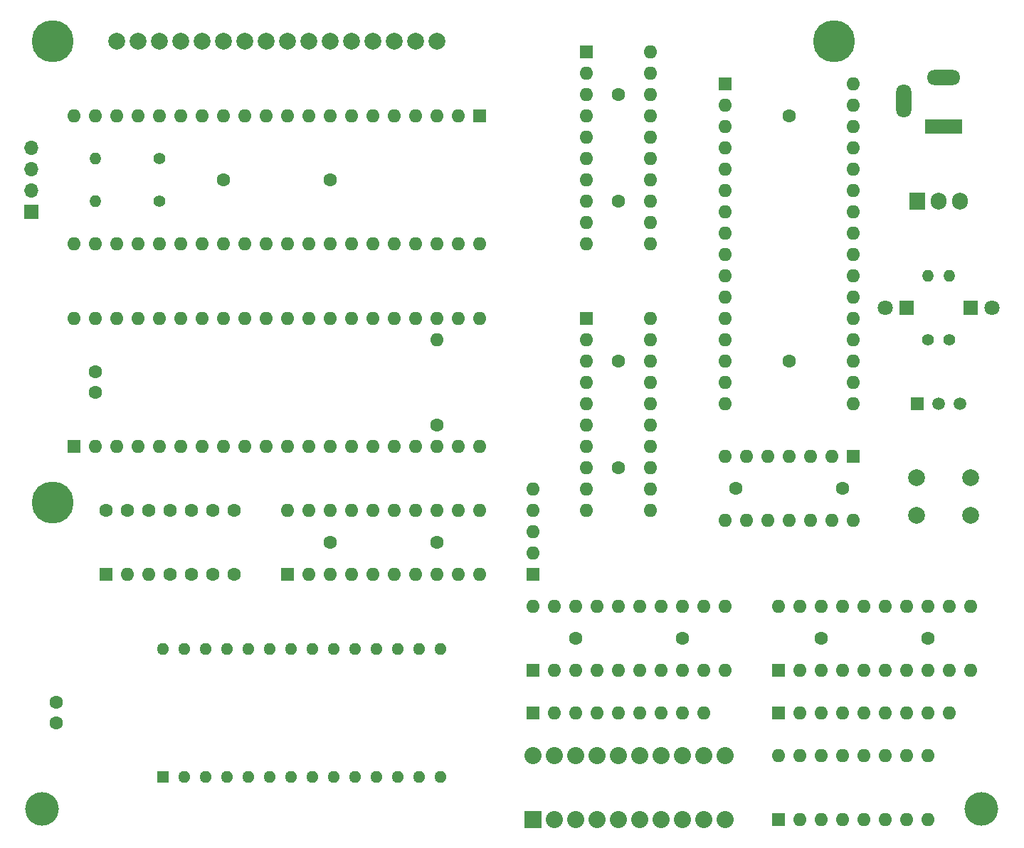
<source format=gbr>
%TF.GenerationSoftware,KiCad,Pcbnew,7.0.7*%
%TF.CreationDate,2023-09-28T02:10:51+03:00*%
%TF.ProjectId,main,6d61696e-2e6b-4696-9361-645f70636258,rev?*%
%TF.SameCoordinates,Original*%
%TF.FileFunction,Soldermask,Top*%
%TF.FilePolarity,Negative*%
%FSLAX46Y46*%
G04 Gerber Fmt 4.6, Leading zero omitted, Abs format (unit mm)*
G04 Created by KiCad (PCBNEW 7.0.7) date 2023-09-28 02:10:51*
%MOMM*%
%LPD*%
G01*
G04 APERTURE LIST*
%ADD10R,1.800000X1.800000*%
%ADD11C,1.800000*%
%ADD12R,1.600000X1.600000*%
%ADD13O,1.600000X1.600000*%
%ADD14C,1.600000*%
%ADD15R,1.700000X1.700000*%
%ADD16O,1.700000X1.700000*%
%ADD17C,4.000000*%
%ADD18C,1.400000*%
%ADD19O,1.400000X1.400000*%
%ADD20R,1.440000X1.440000*%
%ADD21O,1.440000X1.440000*%
%ADD22R,4.400000X1.800000*%
%ADD23O,4.000000X1.800000*%
%ADD24O,1.800000X4.000000*%
%ADD25C,5.000000*%
%ADD26C,2.000000*%
%ADD27R,1.500000X1.500000*%
%ADD28C,1.500000*%
%ADD29R,2.032000X2.032000*%
%ADD30C,2.032000*%
%ADD31R,1.905000X2.000000*%
%ADD32O,1.905000X2.000000*%
G04 APERTURE END LIST*
D10*
%TO.C,D1*%
X129540000Y73660000D03*
D11*
X132080000Y73660000D03*
%TD*%
D12*
%TO.C,U4*%
X83820000Y72390000D03*
D13*
X83820000Y69850000D03*
X83820000Y67310000D03*
X83820000Y64770000D03*
X83820000Y62230000D03*
X83820000Y59690000D03*
X83820000Y57150000D03*
X83820000Y54610000D03*
X83820000Y52070000D03*
X83820000Y49530000D03*
X91440000Y49530000D03*
X91440000Y52070000D03*
X91440000Y54610000D03*
X91440000Y57150000D03*
X91440000Y59690000D03*
X91440000Y62230000D03*
X91440000Y64770000D03*
X91440000Y67310000D03*
X91440000Y69850000D03*
X91440000Y72390000D03*
%TD*%
D14*
%TO.C,C2*%
X40640000Y88900000D03*
X53340000Y88900000D03*
%TD*%
D12*
%TO.C,RN4*%
X106680000Y25400000D03*
D13*
X109220000Y25400000D03*
X111760000Y25400000D03*
X114300000Y25400000D03*
X116840000Y25400000D03*
X119380000Y25400000D03*
X121920000Y25400000D03*
X124460000Y25400000D03*
X127000000Y25400000D03*
%TD*%
D15*
%TO.C,J2*%
X17780000Y85090000D03*
D16*
X17780000Y87630000D03*
X17780000Y90170000D03*
X17780000Y92710000D03*
%TD*%
D17*
%TO.C,H1*%
X19050000Y13970000D03*
%TD*%
D18*
%TO.C,R4*%
X33020000Y86360000D03*
D19*
X25400000Y86360000D03*
%TD*%
D14*
%TO.C,C10*%
X111760000Y34290000D03*
X124460000Y34290000D03*
%TD*%
D12*
%TO.C,U1*%
X22860000Y57150000D03*
D13*
X25400000Y57150000D03*
X27940000Y57150000D03*
X30480000Y57150000D03*
X33020000Y57150000D03*
X35560000Y57150000D03*
X38100000Y57150000D03*
X40640000Y57150000D03*
X43180000Y57150000D03*
X45720000Y57150000D03*
X48260000Y57150000D03*
X50800000Y57150000D03*
X53340000Y57150000D03*
X55880000Y57150000D03*
X58420000Y57150000D03*
X60960000Y57150000D03*
X63500000Y57150000D03*
X66040000Y57150000D03*
X68580000Y57150000D03*
X71120000Y57150000D03*
X71120000Y72390000D03*
X68580000Y72390000D03*
X66040000Y72390000D03*
X63500000Y72390000D03*
X60960000Y72390000D03*
X58420000Y72390000D03*
X55880000Y72390000D03*
X53340000Y72390000D03*
X50800000Y72390000D03*
X48260000Y72390000D03*
X45720000Y72390000D03*
X43180000Y72390000D03*
X40640000Y72390000D03*
X38100000Y72390000D03*
X35560000Y72390000D03*
X33020000Y72390000D03*
X30480000Y72390000D03*
X27940000Y72390000D03*
X25400000Y72390000D03*
X22860000Y72390000D03*
%TD*%
D14*
%TO.C,C5*%
X87630000Y67310000D03*
X87630000Y54610000D03*
%TD*%
%TO.C,C7*%
X53340000Y45720000D03*
X66040000Y45720000D03*
%TD*%
D12*
%TO.C,U14*%
X106680000Y30480000D03*
D13*
X109220000Y30480000D03*
X111760000Y30480000D03*
X114300000Y30480000D03*
X116840000Y30480000D03*
X119380000Y30480000D03*
X121920000Y30480000D03*
X124460000Y30480000D03*
X127000000Y30480000D03*
X129540000Y30480000D03*
X129540000Y38100000D03*
X127000000Y38100000D03*
X124460000Y38100000D03*
X121920000Y38100000D03*
X119380000Y38100000D03*
X116840000Y38100000D03*
X114300000Y38100000D03*
X111760000Y38100000D03*
X109220000Y38100000D03*
X106680000Y38100000D03*
%TD*%
D14*
%TO.C,C3*%
X25400000Y66040000D03*
X25400000Y63540000D03*
%TD*%
D20*
%TO.C,U2*%
X33420000Y17780000D03*
D21*
X35960000Y17780000D03*
X38500000Y17780000D03*
X41040000Y17780000D03*
X43580000Y17780000D03*
X46120000Y17780000D03*
X48660000Y17780000D03*
X51200000Y17780000D03*
X53740000Y17780000D03*
X56280000Y17780000D03*
X58820000Y17780000D03*
X61360000Y17780000D03*
X63900000Y17780000D03*
X66440000Y17780000D03*
X66440000Y33020000D03*
X63900000Y33020000D03*
X61360000Y33020000D03*
X58820000Y33020000D03*
X56280000Y33020000D03*
X53740000Y33020000D03*
X51200000Y33020000D03*
X48660000Y33020000D03*
X46120000Y33020000D03*
X43580000Y33020000D03*
X41040000Y33020000D03*
X38500000Y33020000D03*
X35960000Y33020000D03*
X33420000Y33020000D03*
%TD*%
D14*
%TO.C,C6*%
X107950000Y96520000D03*
X107950000Y67310000D03*
%TD*%
D10*
%TO.C,D2*%
X121920000Y73660000D03*
D11*
X119380000Y73660000D03*
%TD*%
D14*
%TO.C,C4*%
X87630000Y99060000D03*
X87630000Y86360000D03*
%TD*%
D12*
%TO.C,RN3*%
X77470000Y25400000D03*
D13*
X80010000Y25400000D03*
X82550000Y25400000D03*
X85090000Y25400000D03*
X87630000Y25400000D03*
X90170000Y25400000D03*
X92710000Y25400000D03*
X95250000Y25400000D03*
X97790000Y25400000D03*
%TD*%
D17*
%TO.C,H2*%
X130810000Y13970000D03*
%TD*%
D22*
%TO.C,J1*%
X126330000Y95250000D03*
D23*
X126330000Y101050000D03*
D24*
X121530000Y98250000D03*
%TD*%
D12*
%TO.C,U13*%
X77470000Y30480000D03*
D13*
X80010000Y30480000D03*
X82550000Y30480000D03*
X85090000Y30480000D03*
X87630000Y30480000D03*
X90170000Y30480000D03*
X92710000Y30480000D03*
X95250000Y30480000D03*
X97790000Y30480000D03*
X100330000Y30480000D03*
X100330000Y38100000D03*
X97790000Y38100000D03*
X95250000Y38100000D03*
X92710000Y38100000D03*
X90170000Y38100000D03*
X87630000Y38100000D03*
X85090000Y38100000D03*
X82550000Y38100000D03*
X80010000Y38100000D03*
X77470000Y38100000D03*
%TD*%
D12*
%TO.C,RN1*%
X77470000Y41890000D03*
D13*
X77470000Y44430000D03*
X77470000Y46970000D03*
X77470000Y49510000D03*
X77470000Y52050000D03*
%TD*%
D18*
%TO.C,R3*%
X124460000Y69850000D03*
D19*
X124460000Y77470000D03*
%TD*%
D14*
%TO.C,U11*%
X34290000Y49530000D03*
X34290000Y41910000D03*
D12*
X26670000Y41910000D03*
D13*
X29210000Y41910000D03*
X31750000Y41910000D03*
D14*
X36830000Y41910000D03*
X39370000Y41910000D03*
X41910000Y41910000D03*
X41910000Y49530000D03*
X39370000Y49530000D03*
X36830000Y49530000D03*
X31750000Y49530000D03*
X29210000Y49530000D03*
X26670000Y49530000D03*
%TD*%
D12*
%TO.C,U3*%
X100330000Y100330000D03*
D13*
X100330000Y97790000D03*
X100330000Y95250000D03*
X100330000Y92710000D03*
X100330000Y90170000D03*
X100330000Y87630000D03*
X100330000Y85090000D03*
X100330000Y82550000D03*
X100330000Y80010000D03*
X100330000Y77470000D03*
X100330000Y74930000D03*
X100330000Y72390000D03*
X100330000Y69850000D03*
X100330000Y67310000D03*
X100330000Y64770000D03*
X100330000Y62230000D03*
X115570000Y62230000D03*
X115570000Y64770000D03*
X115570000Y67310000D03*
X115570000Y69850000D03*
X115570000Y72390000D03*
X115570000Y74930000D03*
X115570000Y77470000D03*
X115570000Y80010000D03*
X115570000Y82550000D03*
X115570000Y85090000D03*
X115570000Y87630000D03*
X115570000Y90170000D03*
X115570000Y92710000D03*
X115570000Y95250000D03*
X115570000Y97790000D03*
X115570000Y100330000D03*
%TD*%
D12*
%TO.C,SW6*%
X106680000Y12700000D03*
D13*
X109220000Y12700000D03*
X111760000Y12700000D03*
X114300000Y12700000D03*
X116840000Y12700000D03*
X119380000Y12700000D03*
X121920000Y12700000D03*
X124460000Y12700000D03*
X124460000Y20320000D03*
X121920000Y20320000D03*
X119380000Y20320000D03*
X116840000Y20320000D03*
X114300000Y20320000D03*
X111760000Y20320000D03*
X109220000Y20320000D03*
X106680000Y20320000D03*
%TD*%
D14*
%TO.C,C8*%
X114300000Y52150000D03*
X101600000Y52150000D03*
%TD*%
%TO.C,C11*%
X20720000Y26670000D03*
X20720000Y24170000D03*
%TD*%
D18*
%TO.C,R5*%
X33020000Y91440000D03*
D19*
X25400000Y91440000D03*
%TD*%
D25*
%TO.C,LCD1*%
X20320000Y105410000D03*
X20320000Y50450000D03*
D26*
X33020000Y105410000D03*
X63500000Y105410000D03*
X66040000Y105410000D03*
D25*
X113280000Y105410000D03*
D26*
X27940000Y105410000D03*
X30480000Y105410000D03*
X35560000Y105410000D03*
X38100000Y105410000D03*
X40640000Y105410000D03*
X43180000Y105410000D03*
X45720000Y105410000D03*
X48260000Y105410000D03*
X50800000Y105410000D03*
X53340000Y105410000D03*
X55880000Y105410000D03*
X58420000Y105410000D03*
X60960000Y105410000D03*
%TD*%
D14*
%TO.C,R1*%
X66040000Y59690000D03*
D13*
X66040000Y69850000D03*
%TD*%
D12*
%TO.C,U12*%
X71120000Y96520000D03*
D13*
X68580000Y96520000D03*
X66040000Y96520000D03*
X63500000Y96520000D03*
X60960000Y96520000D03*
X58420000Y96520000D03*
X55880000Y96520000D03*
X53340000Y96520000D03*
X50800000Y96520000D03*
X48260000Y96520000D03*
X45720000Y96520000D03*
X43180000Y96520000D03*
X40640000Y96520000D03*
X38100000Y96520000D03*
X35560000Y96520000D03*
X33020000Y96520000D03*
X30480000Y96520000D03*
X27940000Y96520000D03*
X25400000Y96520000D03*
X22860000Y96520000D03*
X22860000Y81280000D03*
X25400000Y81280000D03*
X27940000Y81280000D03*
X30480000Y81280000D03*
X33020000Y81280000D03*
X35560000Y81280000D03*
X38100000Y81280000D03*
X40640000Y81280000D03*
X43180000Y81280000D03*
X45720000Y81280000D03*
X48260000Y81280000D03*
X50800000Y81280000D03*
X53340000Y81280000D03*
X55880000Y81280000D03*
X58420000Y81280000D03*
X60960000Y81280000D03*
X63500000Y81280000D03*
X66040000Y81280000D03*
X68580000Y81280000D03*
X71120000Y81280000D03*
%TD*%
D27*
%TO.C,U7*%
X123190000Y62230000D03*
D28*
X125730000Y62230000D03*
X128270000Y62230000D03*
%TD*%
D14*
%TO.C,C9*%
X82550000Y34290000D03*
X95250000Y34290000D03*
%TD*%
D18*
%TO.C,R2*%
X127000000Y69850000D03*
D19*
X127000000Y77470000D03*
%TD*%
D12*
%TO.C,U8*%
X115570000Y55960000D03*
D13*
X113030000Y55960000D03*
X110490000Y55960000D03*
X107950000Y55960000D03*
X105410000Y55960000D03*
X102870000Y55960000D03*
X100330000Y55960000D03*
X100330000Y48340000D03*
X102870000Y48340000D03*
X105410000Y48340000D03*
X107950000Y48340000D03*
X110490000Y48340000D03*
X113030000Y48340000D03*
X115570000Y48340000D03*
%TD*%
D12*
%TO.C,U6*%
X48260000Y41910000D03*
D13*
X50800000Y41910000D03*
X53340000Y41910000D03*
X55880000Y41910000D03*
X58420000Y41910000D03*
X60960000Y41910000D03*
X63500000Y41910000D03*
X66040000Y41910000D03*
X68580000Y41910000D03*
X71120000Y41910000D03*
X71120000Y49530000D03*
X68580000Y49530000D03*
X66040000Y49530000D03*
X63500000Y49530000D03*
X60960000Y49530000D03*
X58420000Y49530000D03*
X55880000Y49530000D03*
X53340000Y49530000D03*
X50800000Y49530000D03*
X48260000Y49530000D03*
%TD*%
D29*
%TO.C,BAR1*%
X77470000Y12700000D03*
D30*
X80010000Y12700000D03*
X82550000Y12700000D03*
X85090000Y12700000D03*
X87630000Y12700000D03*
X90170000Y12700000D03*
X92710000Y12700000D03*
X95250000Y12700000D03*
X97790000Y12700000D03*
X100330000Y12700000D03*
X100330000Y20320000D03*
X97790000Y20320000D03*
X95250000Y20320000D03*
X92710000Y20320000D03*
X90170000Y20320000D03*
X87630000Y20320000D03*
X85090000Y20320000D03*
X82550000Y20320000D03*
X80010000Y20320000D03*
X77470000Y20320000D03*
%TD*%
D12*
%TO.C,U5*%
X83820000Y104140000D03*
D13*
X83820000Y101600000D03*
X83820000Y99060000D03*
X83820000Y96520000D03*
X83820000Y93980000D03*
X83820000Y91440000D03*
X83820000Y88900000D03*
X83820000Y86360000D03*
X83820000Y83820000D03*
X83820000Y81280000D03*
X91440000Y81280000D03*
X91440000Y83820000D03*
X91440000Y86360000D03*
X91440000Y88900000D03*
X91440000Y91440000D03*
X91440000Y93980000D03*
X91440000Y96520000D03*
X91440000Y99060000D03*
X91440000Y101600000D03*
X91440000Y104140000D03*
%TD*%
D26*
%TO.C,SW1*%
X129540000Y48895000D03*
X123040000Y48895000D03*
X129540000Y53395000D03*
X123040000Y53395000D03*
%TD*%
D31*
%TO.C,U10*%
X123190000Y86360000D03*
D32*
X125730000Y86360000D03*
X128270000Y86360000D03*
%TD*%
M02*

</source>
